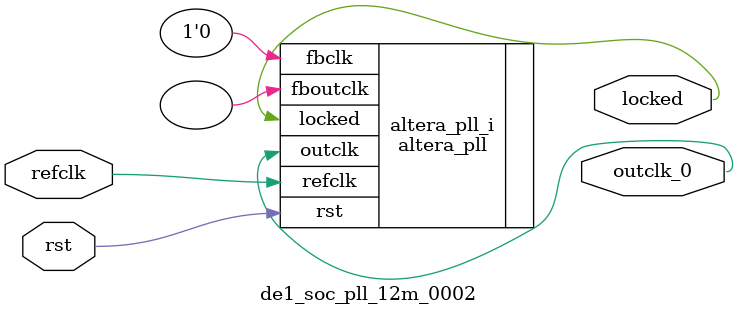
<source format=v>
`timescale 1ns/10ps
module  de1_soc_pll_12m_0002(

	// interface 'refclk'
	input wire refclk,

	// interface 'reset'
	input wire rst,

	// interface 'outclk0'
	output wire outclk_0,

	// interface 'locked'
	output wire locked
);

	altera_pll #(
		.fractional_vco_multiplier("false"),
		.reference_clock_frequency("50.0 MHz"),
		.operation_mode("direct"),
		.number_of_clocks(1),
		.output_clock_frequency0("12.000000 MHz"),
		.phase_shift0("0 ps"),
		.duty_cycle0(50),
		.output_clock_frequency1("0 MHz"),
		.phase_shift1("0 ps"),
		.duty_cycle1(50),
		.output_clock_frequency2("0 MHz"),
		.phase_shift2("0 ps"),
		.duty_cycle2(50),
		.output_clock_frequency3("0 MHz"),
		.phase_shift3("0 ps"),
		.duty_cycle3(50),
		.output_clock_frequency4("0 MHz"),
		.phase_shift4("0 ps"),
		.duty_cycle4(50),
		.output_clock_frequency5("0 MHz"),
		.phase_shift5("0 ps"),
		.duty_cycle5(50),
		.output_clock_frequency6("0 MHz"),
		.phase_shift6("0 ps"),
		.duty_cycle6(50),
		.output_clock_frequency7("0 MHz"),
		.phase_shift7("0 ps"),
		.duty_cycle7(50),
		.output_clock_frequency8("0 MHz"),
		.phase_shift8("0 ps"),
		.duty_cycle8(50),
		.output_clock_frequency9("0 MHz"),
		.phase_shift9("0 ps"),
		.duty_cycle9(50),
		.output_clock_frequency10("0 MHz"),
		.phase_shift10("0 ps"),
		.duty_cycle10(50),
		.output_clock_frequency11("0 MHz"),
		.phase_shift11("0 ps"),
		.duty_cycle11(50),
		.output_clock_frequency12("0 MHz"),
		.phase_shift12("0 ps"),
		.duty_cycle12(50),
		.output_clock_frequency13("0 MHz"),
		.phase_shift13("0 ps"),
		.duty_cycle13(50),
		.output_clock_frequency14("0 MHz"),
		.phase_shift14("0 ps"),
		.duty_cycle14(50),
		.output_clock_frequency15("0 MHz"),
		.phase_shift15("0 ps"),
		.duty_cycle15(50),
		.output_clock_frequency16("0 MHz"),
		.phase_shift16("0 ps"),
		.duty_cycle16(50),
		.output_clock_frequency17("0 MHz"),
		.phase_shift17("0 ps"),
		.duty_cycle17(50),
		.pll_type("General"),
		.pll_subtype("General")
	) altera_pll_i (
		.rst	(rst),
		.outclk	({outclk_0}),
		.locked	(locked),
		.fboutclk	( ),
		.fbclk	(1'b0),
		.refclk	(refclk)
	);
endmodule


</source>
